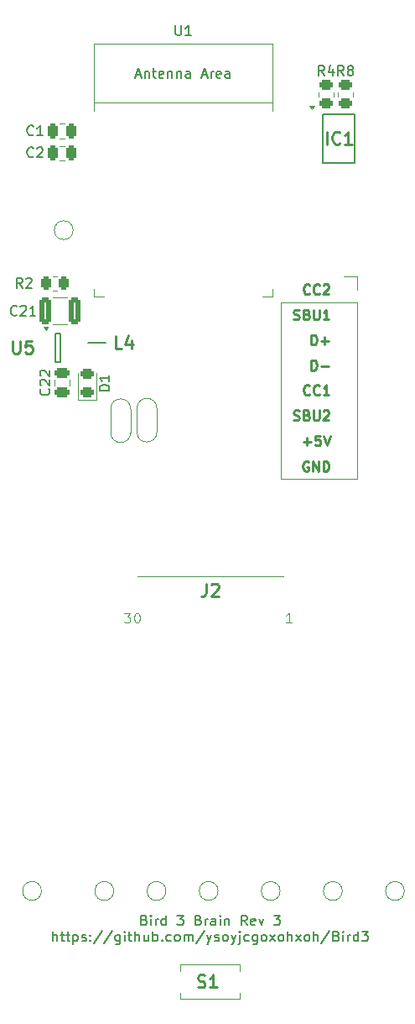
<source format=gto>
G04 #@! TF.GenerationSoftware,KiCad,Pcbnew,8.0.1*
G04 #@! TF.CreationDate,2024-04-14T23:13:04-04:00*
G04 #@! TF.ProjectId,Bird3Controller,42697264-3343-46f6-9e74-726f6c6c6572,rev?*
G04 #@! TF.SameCoordinates,Original*
G04 #@! TF.FileFunction,Legend,Top*
G04 #@! TF.FilePolarity,Positive*
%FSLAX46Y46*%
G04 Gerber Fmt 4.6, Leading zero omitted, Abs format (unit mm)*
G04 Created by KiCad (PCBNEW 8.0.1) date 2024-04-14 23:13:04*
%MOMM*%
%LPD*%
G01*
G04 APERTURE LIST*
G04 Aperture macros list*
%AMRoundRect*
0 Rectangle with rounded corners*
0 $1 Rounding radius*
0 $2 $3 $4 $5 $6 $7 $8 $9 X,Y pos of 4 corners*
0 Add a 4 corners polygon primitive as box body*
4,1,4,$2,$3,$4,$5,$6,$7,$8,$9,$2,$3,0*
0 Add four circle primitives for the rounded corners*
1,1,$1+$1,$2,$3*
1,1,$1+$1,$4,$5*
1,1,$1+$1,$6,$7*
1,1,$1+$1,$8,$9*
0 Add four rect primitives between the rounded corners*
20,1,$1+$1,$2,$3,$4,$5,0*
20,1,$1+$1,$4,$5,$6,$7,0*
20,1,$1+$1,$6,$7,$8,$9,0*
20,1,$1+$1,$8,$9,$2,$3,0*%
G04 Aperture macros list end*
%ADD10C,0.150000*%
%ADD11C,0.254000*%
%ADD12C,0.250000*%
%ADD13C,0.100000*%
%ADD14C,0.120000*%
%ADD15C,0.200000*%
%ADD16C,1.500000*%
%ADD17R,2.000000X1.500000*%
%ADD18R,1.250000X0.600000*%
%ADD19R,1.525000X0.650000*%
%ADD20R,1.700000X1.700000*%
%ADD21O,1.700000X1.700000*%
%ADD22RoundRect,0.250000X0.325000X1.100000X-0.325000X1.100000X-0.325000X-1.100000X0.325000X-1.100000X0*%
%ADD23RoundRect,0.243750X0.456250X-0.243750X0.456250X0.243750X-0.456250X0.243750X-0.456250X-0.243750X0*%
%ADD24RoundRect,0.250000X0.250000X0.475000X-0.250000X0.475000X-0.250000X-0.475000X0.250000X-0.475000X0*%
%ADD25R,2.200000X1.200000*%
%ADD26R,1.500000X0.900000*%
%ADD27R,0.900000X1.500000*%
%ADD28R,0.900000X0.900000*%
%ADD29RoundRect,0.250000X-0.450000X0.262500X-0.450000X-0.262500X0.450000X-0.262500X0.450000X0.262500X0*%
%ADD30RoundRect,0.250000X0.450000X-0.262500X0.450000X0.262500X-0.450000X0.262500X-0.450000X-0.262500X0*%
%ADD31RoundRect,0.250000X0.475000X-0.250000X0.475000X0.250000X-0.475000X0.250000X-0.475000X-0.250000X0*%
%ADD32R,0.250000X0.800000*%
%ADD33R,0.400000X0.800000*%
%ADD34RoundRect,0.250000X-0.262500X-0.450000X0.262500X-0.450000X0.262500X0.450000X-0.262500X0.450000X0*%
%ADD35C,1.050000*%
%ADD36C,1.041400*%
G04 APERTURE END LIST*
D10*
X175333332Y-133776037D02*
X175476189Y-133823656D01*
X175476189Y-133823656D02*
X175523808Y-133871275D01*
X175523808Y-133871275D02*
X175571427Y-133966513D01*
X175571427Y-133966513D02*
X175571427Y-134109370D01*
X175571427Y-134109370D02*
X175523808Y-134204608D01*
X175523808Y-134204608D02*
X175476189Y-134252228D01*
X175476189Y-134252228D02*
X175380951Y-134299847D01*
X175380951Y-134299847D02*
X174999999Y-134299847D01*
X174999999Y-134299847D02*
X174999999Y-133299847D01*
X174999999Y-133299847D02*
X175333332Y-133299847D01*
X175333332Y-133299847D02*
X175428570Y-133347466D01*
X175428570Y-133347466D02*
X175476189Y-133395085D01*
X175476189Y-133395085D02*
X175523808Y-133490323D01*
X175523808Y-133490323D02*
X175523808Y-133585561D01*
X175523808Y-133585561D02*
X175476189Y-133680799D01*
X175476189Y-133680799D02*
X175428570Y-133728418D01*
X175428570Y-133728418D02*
X175333332Y-133776037D01*
X175333332Y-133776037D02*
X174999999Y-133776037D01*
X175999999Y-134299847D02*
X175999999Y-133633180D01*
X175999999Y-133299847D02*
X175952380Y-133347466D01*
X175952380Y-133347466D02*
X175999999Y-133395085D01*
X175999999Y-133395085D02*
X176047618Y-133347466D01*
X176047618Y-133347466D02*
X175999999Y-133299847D01*
X175999999Y-133299847D02*
X175999999Y-133395085D01*
X176476189Y-134299847D02*
X176476189Y-133633180D01*
X176476189Y-133823656D02*
X176523808Y-133728418D01*
X176523808Y-133728418D02*
X176571427Y-133680799D01*
X176571427Y-133680799D02*
X176666665Y-133633180D01*
X176666665Y-133633180D02*
X176761903Y-133633180D01*
X177523808Y-134299847D02*
X177523808Y-133299847D01*
X177523808Y-134252228D02*
X177428570Y-134299847D01*
X177428570Y-134299847D02*
X177238094Y-134299847D01*
X177238094Y-134299847D02*
X177142856Y-134252228D01*
X177142856Y-134252228D02*
X177095237Y-134204608D01*
X177095237Y-134204608D02*
X177047618Y-134109370D01*
X177047618Y-134109370D02*
X177047618Y-133823656D01*
X177047618Y-133823656D02*
X177095237Y-133728418D01*
X177095237Y-133728418D02*
X177142856Y-133680799D01*
X177142856Y-133680799D02*
X177238094Y-133633180D01*
X177238094Y-133633180D02*
X177428570Y-133633180D01*
X177428570Y-133633180D02*
X177523808Y-133680799D01*
X178666666Y-133299847D02*
X179285713Y-133299847D01*
X179285713Y-133299847D02*
X178952380Y-133680799D01*
X178952380Y-133680799D02*
X179095237Y-133680799D01*
X179095237Y-133680799D02*
X179190475Y-133728418D01*
X179190475Y-133728418D02*
X179238094Y-133776037D01*
X179238094Y-133776037D02*
X179285713Y-133871275D01*
X179285713Y-133871275D02*
X179285713Y-134109370D01*
X179285713Y-134109370D02*
X179238094Y-134204608D01*
X179238094Y-134204608D02*
X179190475Y-134252228D01*
X179190475Y-134252228D02*
X179095237Y-134299847D01*
X179095237Y-134299847D02*
X178809523Y-134299847D01*
X178809523Y-134299847D02*
X178714285Y-134252228D01*
X178714285Y-134252228D02*
X178666666Y-134204608D01*
X180809523Y-133776037D02*
X180952380Y-133823656D01*
X180952380Y-133823656D02*
X180999999Y-133871275D01*
X180999999Y-133871275D02*
X181047618Y-133966513D01*
X181047618Y-133966513D02*
X181047618Y-134109370D01*
X181047618Y-134109370D02*
X180999999Y-134204608D01*
X180999999Y-134204608D02*
X180952380Y-134252228D01*
X180952380Y-134252228D02*
X180857142Y-134299847D01*
X180857142Y-134299847D02*
X180476190Y-134299847D01*
X180476190Y-134299847D02*
X180476190Y-133299847D01*
X180476190Y-133299847D02*
X180809523Y-133299847D01*
X180809523Y-133299847D02*
X180904761Y-133347466D01*
X180904761Y-133347466D02*
X180952380Y-133395085D01*
X180952380Y-133395085D02*
X180999999Y-133490323D01*
X180999999Y-133490323D02*
X180999999Y-133585561D01*
X180999999Y-133585561D02*
X180952380Y-133680799D01*
X180952380Y-133680799D02*
X180904761Y-133728418D01*
X180904761Y-133728418D02*
X180809523Y-133776037D01*
X180809523Y-133776037D02*
X180476190Y-133776037D01*
X181476190Y-134299847D02*
X181476190Y-133633180D01*
X181476190Y-133823656D02*
X181523809Y-133728418D01*
X181523809Y-133728418D02*
X181571428Y-133680799D01*
X181571428Y-133680799D02*
X181666666Y-133633180D01*
X181666666Y-133633180D02*
X181761904Y-133633180D01*
X182523809Y-134299847D02*
X182523809Y-133776037D01*
X182523809Y-133776037D02*
X182476190Y-133680799D01*
X182476190Y-133680799D02*
X182380952Y-133633180D01*
X182380952Y-133633180D02*
X182190476Y-133633180D01*
X182190476Y-133633180D02*
X182095238Y-133680799D01*
X182523809Y-134252228D02*
X182428571Y-134299847D01*
X182428571Y-134299847D02*
X182190476Y-134299847D01*
X182190476Y-134299847D02*
X182095238Y-134252228D01*
X182095238Y-134252228D02*
X182047619Y-134156989D01*
X182047619Y-134156989D02*
X182047619Y-134061751D01*
X182047619Y-134061751D02*
X182095238Y-133966513D01*
X182095238Y-133966513D02*
X182190476Y-133918894D01*
X182190476Y-133918894D02*
X182428571Y-133918894D01*
X182428571Y-133918894D02*
X182523809Y-133871275D01*
X183000000Y-134299847D02*
X183000000Y-133633180D01*
X183000000Y-133299847D02*
X182952381Y-133347466D01*
X182952381Y-133347466D02*
X183000000Y-133395085D01*
X183000000Y-133395085D02*
X183047619Y-133347466D01*
X183047619Y-133347466D02*
X183000000Y-133299847D01*
X183000000Y-133299847D02*
X183000000Y-133395085D01*
X183476190Y-133633180D02*
X183476190Y-134299847D01*
X183476190Y-133728418D02*
X183523809Y-133680799D01*
X183523809Y-133680799D02*
X183619047Y-133633180D01*
X183619047Y-133633180D02*
X183761904Y-133633180D01*
X183761904Y-133633180D02*
X183857142Y-133680799D01*
X183857142Y-133680799D02*
X183904761Y-133776037D01*
X183904761Y-133776037D02*
X183904761Y-134299847D01*
X185714285Y-134299847D02*
X185380952Y-133823656D01*
X185142857Y-134299847D02*
X185142857Y-133299847D01*
X185142857Y-133299847D02*
X185523809Y-133299847D01*
X185523809Y-133299847D02*
X185619047Y-133347466D01*
X185619047Y-133347466D02*
X185666666Y-133395085D01*
X185666666Y-133395085D02*
X185714285Y-133490323D01*
X185714285Y-133490323D02*
X185714285Y-133633180D01*
X185714285Y-133633180D02*
X185666666Y-133728418D01*
X185666666Y-133728418D02*
X185619047Y-133776037D01*
X185619047Y-133776037D02*
X185523809Y-133823656D01*
X185523809Y-133823656D02*
X185142857Y-133823656D01*
X186523809Y-134252228D02*
X186428571Y-134299847D01*
X186428571Y-134299847D02*
X186238095Y-134299847D01*
X186238095Y-134299847D02*
X186142857Y-134252228D01*
X186142857Y-134252228D02*
X186095238Y-134156989D01*
X186095238Y-134156989D02*
X186095238Y-133776037D01*
X186095238Y-133776037D02*
X186142857Y-133680799D01*
X186142857Y-133680799D02*
X186238095Y-133633180D01*
X186238095Y-133633180D02*
X186428571Y-133633180D01*
X186428571Y-133633180D02*
X186523809Y-133680799D01*
X186523809Y-133680799D02*
X186571428Y-133776037D01*
X186571428Y-133776037D02*
X186571428Y-133871275D01*
X186571428Y-133871275D02*
X186095238Y-133966513D01*
X186904762Y-133633180D02*
X187142857Y-134299847D01*
X187142857Y-134299847D02*
X187380952Y-133633180D01*
X188428572Y-133299847D02*
X189047619Y-133299847D01*
X189047619Y-133299847D02*
X188714286Y-133680799D01*
X188714286Y-133680799D02*
X188857143Y-133680799D01*
X188857143Y-133680799D02*
X188952381Y-133728418D01*
X188952381Y-133728418D02*
X189000000Y-133776037D01*
X189000000Y-133776037D02*
X189047619Y-133871275D01*
X189047619Y-133871275D02*
X189047619Y-134109370D01*
X189047619Y-134109370D02*
X189000000Y-134204608D01*
X189000000Y-134204608D02*
X188952381Y-134252228D01*
X188952381Y-134252228D02*
X188857143Y-134299847D01*
X188857143Y-134299847D02*
X188571429Y-134299847D01*
X188571429Y-134299847D02*
X188476191Y-134252228D01*
X188476191Y-134252228D02*
X188428572Y-134204608D01*
X166119047Y-135909791D02*
X166119047Y-134909791D01*
X166547618Y-135909791D02*
X166547618Y-135385981D01*
X166547618Y-135385981D02*
X166499999Y-135290743D01*
X166499999Y-135290743D02*
X166404761Y-135243124D01*
X166404761Y-135243124D02*
X166261904Y-135243124D01*
X166261904Y-135243124D02*
X166166666Y-135290743D01*
X166166666Y-135290743D02*
X166119047Y-135338362D01*
X166880952Y-135243124D02*
X167261904Y-135243124D01*
X167023809Y-134909791D02*
X167023809Y-135766933D01*
X167023809Y-135766933D02*
X167071428Y-135862172D01*
X167071428Y-135862172D02*
X167166666Y-135909791D01*
X167166666Y-135909791D02*
X167261904Y-135909791D01*
X167452381Y-135243124D02*
X167833333Y-135243124D01*
X167595238Y-134909791D02*
X167595238Y-135766933D01*
X167595238Y-135766933D02*
X167642857Y-135862172D01*
X167642857Y-135862172D02*
X167738095Y-135909791D01*
X167738095Y-135909791D02*
X167833333Y-135909791D01*
X168166667Y-135243124D02*
X168166667Y-136243124D01*
X168166667Y-135290743D02*
X168261905Y-135243124D01*
X168261905Y-135243124D02*
X168452381Y-135243124D01*
X168452381Y-135243124D02*
X168547619Y-135290743D01*
X168547619Y-135290743D02*
X168595238Y-135338362D01*
X168595238Y-135338362D02*
X168642857Y-135433600D01*
X168642857Y-135433600D02*
X168642857Y-135719314D01*
X168642857Y-135719314D02*
X168595238Y-135814552D01*
X168595238Y-135814552D02*
X168547619Y-135862172D01*
X168547619Y-135862172D02*
X168452381Y-135909791D01*
X168452381Y-135909791D02*
X168261905Y-135909791D01*
X168261905Y-135909791D02*
X168166667Y-135862172D01*
X169023810Y-135862172D02*
X169119048Y-135909791D01*
X169119048Y-135909791D02*
X169309524Y-135909791D01*
X169309524Y-135909791D02*
X169404762Y-135862172D01*
X169404762Y-135862172D02*
X169452381Y-135766933D01*
X169452381Y-135766933D02*
X169452381Y-135719314D01*
X169452381Y-135719314D02*
X169404762Y-135624076D01*
X169404762Y-135624076D02*
X169309524Y-135576457D01*
X169309524Y-135576457D02*
X169166667Y-135576457D01*
X169166667Y-135576457D02*
X169071429Y-135528838D01*
X169071429Y-135528838D02*
X169023810Y-135433600D01*
X169023810Y-135433600D02*
X169023810Y-135385981D01*
X169023810Y-135385981D02*
X169071429Y-135290743D01*
X169071429Y-135290743D02*
X169166667Y-135243124D01*
X169166667Y-135243124D02*
X169309524Y-135243124D01*
X169309524Y-135243124D02*
X169404762Y-135290743D01*
X169880953Y-135814552D02*
X169928572Y-135862172D01*
X169928572Y-135862172D02*
X169880953Y-135909791D01*
X169880953Y-135909791D02*
X169833334Y-135862172D01*
X169833334Y-135862172D02*
X169880953Y-135814552D01*
X169880953Y-135814552D02*
X169880953Y-135909791D01*
X169880953Y-135290743D02*
X169928572Y-135338362D01*
X169928572Y-135338362D02*
X169880953Y-135385981D01*
X169880953Y-135385981D02*
X169833334Y-135338362D01*
X169833334Y-135338362D02*
X169880953Y-135290743D01*
X169880953Y-135290743D02*
X169880953Y-135385981D01*
X171071428Y-134862172D02*
X170214286Y-136147886D01*
X172119047Y-134862172D02*
X171261905Y-136147886D01*
X172880952Y-135243124D02*
X172880952Y-136052648D01*
X172880952Y-136052648D02*
X172833333Y-136147886D01*
X172833333Y-136147886D02*
X172785714Y-136195505D01*
X172785714Y-136195505D02*
X172690476Y-136243124D01*
X172690476Y-136243124D02*
X172547619Y-136243124D01*
X172547619Y-136243124D02*
X172452381Y-136195505D01*
X172880952Y-135862172D02*
X172785714Y-135909791D01*
X172785714Y-135909791D02*
X172595238Y-135909791D01*
X172595238Y-135909791D02*
X172500000Y-135862172D01*
X172500000Y-135862172D02*
X172452381Y-135814552D01*
X172452381Y-135814552D02*
X172404762Y-135719314D01*
X172404762Y-135719314D02*
X172404762Y-135433600D01*
X172404762Y-135433600D02*
X172452381Y-135338362D01*
X172452381Y-135338362D02*
X172500000Y-135290743D01*
X172500000Y-135290743D02*
X172595238Y-135243124D01*
X172595238Y-135243124D02*
X172785714Y-135243124D01*
X172785714Y-135243124D02*
X172880952Y-135290743D01*
X173357143Y-135909791D02*
X173357143Y-135243124D01*
X173357143Y-134909791D02*
X173309524Y-134957410D01*
X173309524Y-134957410D02*
X173357143Y-135005029D01*
X173357143Y-135005029D02*
X173404762Y-134957410D01*
X173404762Y-134957410D02*
X173357143Y-134909791D01*
X173357143Y-134909791D02*
X173357143Y-135005029D01*
X173690476Y-135243124D02*
X174071428Y-135243124D01*
X173833333Y-134909791D02*
X173833333Y-135766933D01*
X173833333Y-135766933D02*
X173880952Y-135862172D01*
X173880952Y-135862172D02*
X173976190Y-135909791D01*
X173976190Y-135909791D02*
X174071428Y-135909791D01*
X174404762Y-135909791D02*
X174404762Y-134909791D01*
X174833333Y-135909791D02*
X174833333Y-135385981D01*
X174833333Y-135385981D02*
X174785714Y-135290743D01*
X174785714Y-135290743D02*
X174690476Y-135243124D01*
X174690476Y-135243124D02*
X174547619Y-135243124D01*
X174547619Y-135243124D02*
X174452381Y-135290743D01*
X174452381Y-135290743D02*
X174404762Y-135338362D01*
X175738095Y-135243124D02*
X175738095Y-135909791D01*
X175309524Y-135243124D02*
X175309524Y-135766933D01*
X175309524Y-135766933D02*
X175357143Y-135862172D01*
X175357143Y-135862172D02*
X175452381Y-135909791D01*
X175452381Y-135909791D02*
X175595238Y-135909791D01*
X175595238Y-135909791D02*
X175690476Y-135862172D01*
X175690476Y-135862172D02*
X175738095Y-135814552D01*
X176214286Y-135909791D02*
X176214286Y-134909791D01*
X176214286Y-135290743D02*
X176309524Y-135243124D01*
X176309524Y-135243124D02*
X176500000Y-135243124D01*
X176500000Y-135243124D02*
X176595238Y-135290743D01*
X176595238Y-135290743D02*
X176642857Y-135338362D01*
X176642857Y-135338362D02*
X176690476Y-135433600D01*
X176690476Y-135433600D02*
X176690476Y-135719314D01*
X176690476Y-135719314D02*
X176642857Y-135814552D01*
X176642857Y-135814552D02*
X176595238Y-135862172D01*
X176595238Y-135862172D02*
X176500000Y-135909791D01*
X176500000Y-135909791D02*
X176309524Y-135909791D01*
X176309524Y-135909791D02*
X176214286Y-135862172D01*
X177119048Y-135814552D02*
X177166667Y-135862172D01*
X177166667Y-135862172D02*
X177119048Y-135909791D01*
X177119048Y-135909791D02*
X177071429Y-135862172D01*
X177071429Y-135862172D02*
X177119048Y-135814552D01*
X177119048Y-135814552D02*
X177119048Y-135909791D01*
X178023809Y-135862172D02*
X177928571Y-135909791D01*
X177928571Y-135909791D02*
X177738095Y-135909791D01*
X177738095Y-135909791D02*
X177642857Y-135862172D01*
X177642857Y-135862172D02*
X177595238Y-135814552D01*
X177595238Y-135814552D02*
X177547619Y-135719314D01*
X177547619Y-135719314D02*
X177547619Y-135433600D01*
X177547619Y-135433600D02*
X177595238Y-135338362D01*
X177595238Y-135338362D02*
X177642857Y-135290743D01*
X177642857Y-135290743D02*
X177738095Y-135243124D01*
X177738095Y-135243124D02*
X177928571Y-135243124D01*
X177928571Y-135243124D02*
X178023809Y-135290743D01*
X178595238Y-135909791D02*
X178500000Y-135862172D01*
X178500000Y-135862172D02*
X178452381Y-135814552D01*
X178452381Y-135814552D02*
X178404762Y-135719314D01*
X178404762Y-135719314D02*
X178404762Y-135433600D01*
X178404762Y-135433600D02*
X178452381Y-135338362D01*
X178452381Y-135338362D02*
X178500000Y-135290743D01*
X178500000Y-135290743D02*
X178595238Y-135243124D01*
X178595238Y-135243124D02*
X178738095Y-135243124D01*
X178738095Y-135243124D02*
X178833333Y-135290743D01*
X178833333Y-135290743D02*
X178880952Y-135338362D01*
X178880952Y-135338362D02*
X178928571Y-135433600D01*
X178928571Y-135433600D02*
X178928571Y-135719314D01*
X178928571Y-135719314D02*
X178880952Y-135814552D01*
X178880952Y-135814552D02*
X178833333Y-135862172D01*
X178833333Y-135862172D02*
X178738095Y-135909791D01*
X178738095Y-135909791D02*
X178595238Y-135909791D01*
X179357143Y-135909791D02*
X179357143Y-135243124D01*
X179357143Y-135338362D02*
X179404762Y-135290743D01*
X179404762Y-135290743D02*
X179500000Y-135243124D01*
X179500000Y-135243124D02*
X179642857Y-135243124D01*
X179642857Y-135243124D02*
X179738095Y-135290743D01*
X179738095Y-135290743D02*
X179785714Y-135385981D01*
X179785714Y-135385981D02*
X179785714Y-135909791D01*
X179785714Y-135385981D02*
X179833333Y-135290743D01*
X179833333Y-135290743D02*
X179928571Y-135243124D01*
X179928571Y-135243124D02*
X180071428Y-135243124D01*
X180071428Y-135243124D02*
X180166667Y-135290743D01*
X180166667Y-135290743D02*
X180214286Y-135385981D01*
X180214286Y-135385981D02*
X180214286Y-135909791D01*
X181404761Y-134862172D02*
X180547619Y-136147886D01*
X181642857Y-135243124D02*
X181880952Y-135909791D01*
X182119047Y-135243124D02*
X181880952Y-135909791D01*
X181880952Y-135909791D02*
X181785714Y-136147886D01*
X181785714Y-136147886D02*
X181738095Y-136195505D01*
X181738095Y-136195505D02*
X181642857Y-136243124D01*
X182452381Y-135862172D02*
X182547619Y-135909791D01*
X182547619Y-135909791D02*
X182738095Y-135909791D01*
X182738095Y-135909791D02*
X182833333Y-135862172D01*
X182833333Y-135862172D02*
X182880952Y-135766933D01*
X182880952Y-135766933D02*
X182880952Y-135719314D01*
X182880952Y-135719314D02*
X182833333Y-135624076D01*
X182833333Y-135624076D02*
X182738095Y-135576457D01*
X182738095Y-135576457D02*
X182595238Y-135576457D01*
X182595238Y-135576457D02*
X182500000Y-135528838D01*
X182500000Y-135528838D02*
X182452381Y-135433600D01*
X182452381Y-135433600D02*
X182452381Y-135385981D01*
X182452381Y-135385981D02*
X182500000Y-135290743D01*
X182500000Y-135290743D02*
X182595238Y-135243124D01*
X182595238Y-135243124D02*
X182738095Y-135243124D01*
X182738095Y-135243124D02*
X182833333Y-135290743D01*
X183452381Y-135909791D02*
X183357143Y-135862172D01*
X183357143Y-135862172D02*
X183309524Y-135814552D01*
X183309524Y-135814552D02*
X183261905Y-135719314D01*
X183261905Y-135719314D02*
X183261905Y-135433600D01*
X183261905Y-135433600D02*
X183309524Y-135338362D01*
X183309524Y-135338362D02*
X183357143Y-135290743D01*
X183357143Y-135290743D02*
X183452381Y-135243124D01*
X183452381Y-135243124D02*
X183595238Y-135243124D01*
X183595238Y-135243124D02*
X183690476Y-135290743D01*
X183690476Y-135290743D02*
X183738095Y-135338362D01*
X183738095Y-135338362D02*
X183785714Y-135433600D01*
X183785714Y-135433600D02*
X183785714Y-135719314D01*
X183785714Y-135719314D02*
X183738095Y-135814552D01*
X183738095Y-135814552D02*
X183690476Y-135862172D01*
X183690476Y-135862172D02*
X183595238Y-135909791D01*
X183595238Y-135909791D02*
X183452381Y-135909791D01*
X184119048Y-135243124D02*
X184357143Y-135909791D01*
X184595238Y-135243124D02*
X184357143Y-135909791D01*
X184357143Y-135909791D02*
X184261905Y-136147886D01*
X184261905Y-136147886D02*
X184214286Y-136195505D01*
X184214286Y-136195505D02*
X184119048Y-136243124D01*
X184976191Y-135243124D02*
X184976191Y-136100267D01*
X184976191Y-136100267D02*
X184928572Y-136195505D01*
X184928572Y-136195505D02*
X184833334Y-136243124D01*
X184833334Y-136243124D02*
X184785715Y-136243124D01*
X184976191Y-134909791D02*
X184928572Y-134957410D01*
X184928572Y-134957410D02*
X184976191Y-135005029D01*
X184976191Y-135005029D02*
X185023810Y-134957410D01*
X185023810Y-134957410D02*
X184976191Y-134909791D01*
X184976191Y-134909791D02*
X184976191Y-135005029D01*
X185880952Y-135862172D02*
X185785714Y-135909791D01*
X185785714Y-135909791D02*
X185595238Y-135909791D01*
X185595238Y-135909791D02*
X185500000Y-135862172D01*
X185500000Y-135862172D02*
X185452381Y-135814552D01*
X185452381Y-135814552D02*
X185404762Y-135719314D01*
X185404762Y-135719314D02*
X185404762Y-135433600D01*
X185404762Y-135433600D02*
X185452381Y-135338362D01*
X185452381Y-135338362D02*
X185500000Y-135290743D01*
X185500000Y-135290743D02*
X185595238Y-135243124D01*
X185595238Y-135243124D02*
X185785714Y-135243124D01*
X185785714Y-135243124D02*
X185880952Y-135290743D01*
X186738095Y-135243124D02*
X186738095Y-136052648D01*
X186738095Y-136052648D02*
X186690476Y-136147886D01*
X186690476Y-136147886D02*
X186642857Y-136195505D01*
X186642857Y-136195505D02*
X186547619Y-136243124D01*
X186547619Y-136243124D02*
X186404762Y-136243124D01*
X186404762Y-136243124D02*
X186309524Y-136195505D01*
X186738095Y-135862172D02*
X186642857Y-135909791D01*
X186642857Y-135909791D02*
X186452381Y-135909791D01*
X186452381Y-135909791D02*
X186357143Y-135862172D01*
X186357143Y-135862172D02*
X186309524Y-135814552D01*
X186309524Y-135814552D02*
X186261905Y-135719314D01*
X186261905Y-135719314D02*
X186261905Y-135433600D01*
X186261905Y-135433600D02*
X186309524Y-135338362D01*
X186309524Y-135338362D02*
X186357143Y-135290743D01*
X186357143Y-135290743D02*
X186452381Y-135243124D01*
X186452381Y-135243124D02*
X186642857Y-135243124D01*
X186642857Y-135243124D02*
X186738095Y-135290743D01*
X187357143Y-135909791D02*
X187261905Y-135862172D01*
X187261905Y-135862172D02*
X187214286Y-135814552D01*
X187214286Y-135814552D02*
X187166667Y-135719314D01*
X187166667Y-135719314D02*
X187166667Y-135433600D01*
X187166667Y-135433600D02*
X187214286Y-135338362D01*
X187214286Y-135338362D02*
X187261905Y-135290743D01*
X187261905Y-135290743D02*
X187357143Y-135243124D01*
X187357143Y-135243124D02*
X187500000Y-135243124D01*
X187500000Y-135243124D02*
X187595238Y-135290743D01*
X187595238Y-135290743D02*
X187642857Y-135338362D01*
X187642857Y-135338362D02*
X187690476Y-135433600D01*
X187690476Y-135433600D02*
X187690476Y-135719314D01*
X187690476Y-135719314D02*
X187642857Y-135814552D01*
X187642857Y-135814552D02*
X187595238Y-135862172D01*
X187595238Y-135862172D02*
X187500000Y-135909791D01*
X187500000Y-135909791D02*
X187357143Y-135909791D01*
X188023810Y-135909791D02*
X188547619Y-135243124D01*
X188023810Y-135243124D02*
X188547619Y-135909791D01*
X189071429Y-135909791D02*
X188976191Y-135862172D01*
X188976191Y-135862172D02*
X188928572Y-135814552D01*
X188928572Y-135814552D02*
X188880953Y-135719314D01*
X188880953Y-135719314D02*
X188880953Y-135433600D01*
X188880953Y-135433600D02*
X188928572Y-135338362D01*
X188928572Y-135338362D02*
X188976191Y-135290743D01*
X188976191Y-135290743D02*
X189071429Y-135243124D01*
X189071429Y-135243124D02*
X189214286Y-135243124D01*
X189214286Y-135243124D02*
X189309524Y-135290743D01*
X189309524Y-135290743D02*
X189357143Y-135338362D01*
X189357143Y-135338362D02*
X189404762Y-135433600D01*
X189404762Y-135433600D02*
X189404762Y-135719314D01*
X189404762Y-135719314D02*
X189357143Y-135814552D01*
X189357143Y-135814552D02*
X189309524Y-135862172D01*
X189309524Y-135862172D02*
X189214286Y-135909791D01*
X189214286Y-135909791D02*
X189071429Y-135909791D01*
X189833334Y-135909791D02*
X189833334Y-134909791D01*
X190261905Y-135909791D02*
X190261905Y-135385981D01*
X190261905Y-135385981D02*
X190214286Y-135290743D01*
X190214286Y-135290743D02*
X190119048Y-135243124D01*
X190119048Y-135243124D02*
X189976191Y-135243124D01*
X189976191Y-135243124D02*
X189880953Y-135290743D01*
X189880953Y-135290743D02*
X189833334Y-135338362D01*
X190642858Y-135909791D02*
X191166667Y-135243124D01*
X190642858Y-135243124D02*
X191166667Y-135909791D01*
X191690477Y-135909791D02*
X191595239Y-135862172D01*
X191595239Y-135862172D02*
X191547620Y-135814552D01*
X191547620Y-135814552D02*
X191500001Y-135719314D01*
X191500001Y-135719314D02*
X191500001Y-135433600D01*
X191500001Y-135433600D02*
X191547620Y-135338362D01*
X191547620Y-135338362D02*
X191595239Y-135290743D01*
X191595239Y-135290743D02*
X191690477Y-135243124D01*
X191690477Y-135243124D02*
X191833334Y-135243124D01*
X191833334Y-135243124D02*
X191928572Y-135290743D01*
X191928572Y-135290743D02*
X191976191Y-135338362D01*
X191976191Y-135338362D02*
X192023810Y-135433600D01*
X192023810Y-135433600D02*
X192023810Y-135719314D01*
X192023810Y-135719314D02*
X191976191Y-135814552D01*
X191976191Y-135814552D02*
X191928572Y-135862172D01*
X191928572Y-135862172D02*
X191833334Y-135909791D01*
X191833334Y-135909791D02*
X191690477Y-135909791D01*
X192452382Y-135909791D02*
X192452382Y-134909791D01*
X192880953Y-135909791D02*
X192880953Y-135385981D01*
X192880953Y-135385981D02*
X192833334Y-135290743D01*
X192833334Y-135290743D02*
X192738096Y-135243124D01*
X192738096Y-135243124D02*
X192595239Y-135243124D01*
X192595239Y-135243124D02*
X192500001Y-135290743D01*
X192500001Y-135290743D02*
X192452382Y-135338362D01*
X194071429Y-134862172D02*
X193214287Y-136147886D01*
X194738096Y-135385981D02*
X194880953Y-135433600D01*
X194880953Y-135433600D02*
X194928572Y-135481219D01*
X194928572Y-135481219D02*
X194976191Y-135576457D01*
X194976191Y-135576457D02*
X194976191Y-135719314D01*
X194976191Y-135719314D02*
X194928572Y-135814552D01*
X194928572Y-135814552D02*
X194880953Y-135862172D01*
X194880953Y-135862172D02*
X194785715Y-135909791D01*
X194785715Y-135909791D02*
X194404763Y-135909791D01*
X194404763Y-135909791D02*
X194404763Y-134909791D01*
X194404763Y-134909791D02*
X194738096Y-134909791D01*
X194738096Y-134909791D02*
X194833334Y-134957410D01*
X194833334Y-134957410D02*
X194880953Y-135005029D01*
X194880953Y-135005029D02*
X194928572Y-135100267D01*
X194928572Y-135100267D02*
X194928572Y-135195505D01*
X194928572Y-135195505D02*
X194880953Y-135290743D01*
X194880953Y-135290743D02*
X194833334Y-135338362D01*
X194833334Y-135338362D02*
X194738096Y-135385981D01*
X194738096Y-135385981D02*
X194404763Y-135385981D01*
X195404763Y-135909791D02*
X195404763Y-135243124D01*
X195404763Y-134909791D02*
X195357144Y-134957410D01*
X195357144Y-134957410D02*
X195404763Y-135005029D01*
X195404763Y-135005029D02*
X195452382Y-134957410D01*
X195452382Y-134957410D02*
X195404763Y-134909791D01*
X195404763Y-134909791D02*
X195404763Y-135005029D01*
X195880953Y-135909791D02*
X195880953Y-135243124D01*
X195880953Y-135433600D02*
X195928572Y-135338362D01*
X195928572Y-135338362D02*
X195976191Y-135290743D01*
X195976191Y-135290743D02*
X196071429Y-135243124D01*
X196071429Y-135243124D02*
X196166667Y-135243124D01*
X196928572Y-135909791D02*
X196928572Y-134909791D01*
X196928572Y-135862172D02*
X196833334Y-135909791D01*
X196833334Y-135909791D02*
X196642858Y-135909791D01*
X196642858Y-135909791D02*
X196547620Y-135862172D01*
X196547620Y-135862172D02*
X196500001Y-135814552D01*
X196500001Y-135814552D02*
X196452382Y-135719314D01*
X196452382Y-135719314D02*
X196452382Y-135433600D01*
X196452382Y-135433600D02*
X196500001Y-135338362D01*
X196500001Y-135338362D02*
X196547620Y-135290743D01*
X196547620Y-135290743D02*
X196642858Y-135243124D01*
X196642858Y-135243124D02*
X196833334Y-135243124D01*
X196833334Y-135243124D02*
X196928572Y-135290743D01*
X197309525Y-134909791D02*
X197928572Y-134909791D01*
X197928572Y-134909791D02*
X197595239Y-135290743D01*
X197595239Y-135290743D02*
X197738096Y-135290743D01*
X197738096Y-135290743D02*
X197833334Y-135338362D01*
X197833334Y-135338362D02*
X197880953Y-135385981D01*
X197880953Y-135385981D02*
X197928572Y-135481219D01*
X197928572Y-135481219D02*
X197928572Y-135719314D01*
X197928572Y-135719314D02*
X197880953Y-135814552D01*
X197880953Y-135814552D02*
X197833334Y-135862172D01*
X197833334Y-135862172D02*
X197738096Y-135909791D01*
X197738096Y-135909791D02*
X197452382Y-135909791D01*
X197452382Y-135909791D02*
X197357144Y-135862172D01*
X197357144Y-135862172D02*
X197309525Y-135814552D01*
D11*
X180732380Y-140513842D02*
X180913809Y-140574318D01*
X180913809Y-140574318D02*
X181216190Y-140574318D01*
X181216190Y-140574318D02*
X181337142Y-140513842D01*
X181337142Y-140513842D02*
X181397618Y-140453365D01*
X181397618Y-140453365D02*
X181458095Y-140332413D01*
X181458095Y-140332413D02*
X181458095Y-140211461D01*
X181458095Y-140211461D02*
X181397618Y-140090508D01*
X181397618Y-140090508D02*
X181337142Y-140030032D01*
X181337142Y-140030032D02*
X181216190Y-139969556D01*
X181216190Y-139969556D02*
X180974285Y-139909080D01*
X180974285Y-139909080D02*
X180853333Y-139848603D01*
X180853333Y-139848603D02*
X180792856Y-139788127D01*
X180792856Y-139788127D02*
X180732380Y-139667175D01*
X180732380Y-139667175D02*
X180732380Y-139546222D01*
X180732380Y-139546222D02*
X180792856Y-139425270D01*
X180792856Y-139425270D02*
X180853333Y-139364794D01*
X180853333Y-139364794D02*
X180974285Y-139304318D01*
X180974285Y-139304318D02*
X181276666Y-139304318D01*
X181276666Y-139304318D02*
X181458095Y-139364794D01*
X182667619Y-140574318D02*
X181941904Y-140574318D01*
X182304761Y-140574318D02*
X182304761Y-139304318D01*
X182304761Y-139304318D02*
X182183809Y-139485746D01*
X182183809Y-139485746D02*
X182062857Y-139606699D01*
X182062857Y-139606699D02*
X181941904Y-139667175D01*
X162032380Y-75404318D02*
X162032380Y-76432413D01*
X162032380Y-76432413D02*
X162092857Y-76553365D01*
X162092857Y-76553365D02*
X162153333Y-76613842D01*
X162153333Y-76613842D02*
X162274285Y-76674318D01*
X162274285Y-76674318D02*
X162516190Y-76674318D01*
X162516190Y-76674318D02*
X162637142Y-76613842D01*
X162637142Y-76613842D02*
X162697619Y-76553365D01*
X162697619Y-76553365D02*
X162758095Y-76432413D01*
X162758095Y-76432413D02*
X162758095Y-75404318D01*
X163967618Y-75404318D02*
X163362856Y-75404318D01*
X163362856Y-75404318D02*
X163302380Y-76009080D01*
X163302380Y-76009080D02*
X163362856Y-75948603D01*
X163362856Y-75948603D02*
X163483809Y-75888127D01*
X163483809Y-75888127D02*
X163786190Y-75888127D01*
X163786190Y-75888127D02*
X163907142Y-75948603D01*
X163907142Y-75948603D02*
X163967618Y-76009080D01*
X163967618Y-76009080D02*
X164028095Y-76130032D01*
X164028095Y-76130032D02*
X164028095Y-76432413D01*
X164028095Y-76432413D02*
X163967618Y-76553365D01*
X163967618Y-76553365D02*
X163907142Y-76613842D01*
X163907142Y-76613842D02*
X163786190Y-76674318D01*
X163786190Y-76674318D02*
X163483809Y-76674318D01*
X163483809Y-76674318D02*
X163362856Y-76613842D01*
X163362856Y-76613842D02*
X163302380Y-76553365D01*
X193760237Y-55574318D02*
X193760237Y-54304318D01*
X195090714Y-55453365D02*
X195030238Y-55513842D01*
X195030238Y-55513842D02*
X194848809Y-55574318D01*
X194848809Y-55574318D02*
X194727857Y-55574318D01*
X194727857Y-55574318D02*
X194546428Y-55513842D01*
X194546428Y-55513842D02*
X194425476Y-55392889D01*
X194425476Y-55392889D02*
X194364999Y-55271937D01*
X194364999Y-55271937D02*
X194304523Y-55030032D01*
X194304523Y-55030032D02*
X194304523Y-54848603D01*
X194304523Y-54848603D02*
X194364999Y-54606699D01*
X194364999Y-54606699D02*
X194425476Y-54485746D01*
X194425476Y-54485746D02*
X194546428Y-54364794D01*
X194546428Y-54364794D02*
X194727857Y-54304318D01*
X194727857Y-54304318D02*
X194848809Y-54304318D01*
X194848809Y-54304318D02*
X195030238Y-54364794D01*
X195030238Y-54364794D02*
X195090714Y-54425270D01*
X196300238Y-55574318D02*
X195574523Y-55574318D01*
X195937380Y-55574318D02*
X195937380Y-54304318D01*
X195937380Y-54304318D02*
X195816428Y-54485746D01*
X195816428Y-54485746D02*
X195695476Y-54606699D01*
X195695476Y-54606699D02*
X195574523Y-54667175D01*
D12*
X192042669Y-80754380D02*
X191995050Y-80802000D01*
X191995050Y-80802000D02*
X191852193Y-80849619D01*
X191852193Y-80849619D02*
X191756955Y-80849619D01*
X191756955Y-80849619D02*
X191614098Y-80802000D01*
X191614098Y-80802000D02*
X191518860Y-80706761D01*
X191518860Y-80706761D02*
X191471241Y-80611523D01*
X191471241Y-80611523D02*
X191423622Y-80421047D01*
X191423622Y-80421047D02*
X191423622Y-80278190D01*
X191423622Y-80278190D02*
X191471241Y-80087714D01*
X191471241Y-80087714D02*
X191518860Y-79992476D01*
X191518860Y-79992476D02*
X191614098Y-79897238D01*
X191614098Y-79897238D02*
X191756955Y-79849619D01*
X191756955Y-79849619D02*
X191852193Y-79849619D01*
X191852193Y-79849619D02*
X191995050Y-79897238D01*
X191995050Y-79897238D02*
X192042669Y-79944857D01*
X193042669Y-80754380D02*
X192995050Y-80802000D01*
X192995050Y-80802000D02*
X192852193Y-80849619D01*
X192852193Y-80849619D02*
X192756955Y-80849619D01*
X192756955Y-80849619D02*
X192614098Y-80802000D01*
X192614098Y-80802000D02*
X192518860Y-80706761D01*
X192518860Y-80706761D02*
X192471241Y-80611523D01*
X192471241Y-80611523D02*
X192423622Y-80421047D01*
X192423622Y-80421047D02*
X192423622Y-80278190D01*
X192423622Y-80278190D02*
X192471241Y-80087714D01*
X192471241Y-80087714D02*
X192518860Y-79992476D01*
X192518860Y-79992476D02*
X192614098Y-79897238D01*
X192614098Y-79897238D02*
X192756955Y-79849619D01*
X192756955Y-79849619D02*
X192852193Y-79849619D01*
X192852193Y-79849619D02*
X192995050Y-79897238D01*
X192995050Y-79897238D02*
X193042669Y-79944857D01*
X193995050Y-80849619D02*
X193423622Y-80849619D01*
X193709336Y-80849619D02*
X193709336Y-79849619D01*
X193709336Y-79849619D02*
X193614098Y-79992476D01*
X193614098Y-79992476D02*
X193518860Y-80087714D01*
X193518860Y-80087714D02*
X193423622Y-80135333D01*
X191376003Y-85568666D02*
X192137908Y-85568666D01*
X191756955Y-85949619D02*
X191756955Y-85187714D01*
X193090288Y-84949619D02*
X192614098Y-84949619D01*
X192614098Y-84949619D02*
X192566479Y-85425809D01*
X192566479Y-85425809D02*
X192614098Y-85378190D01*
X192614098Y-85378190D02*
X192709336Y-85330571D01*
X192709336Y-85330571D02*
X192947431Y-85330571D01*
X192947431Y-85330571D02*
X193042669Y-85378190D01*
X193042669Y-85378190D02*
X193090288Y-85425809D01*
X193090288Y-85425809D02*
X193137907Y-85521047D01*
X193137907Y-85521047D02*
X193137907Y-85759142D01*
X193137907Y-85759142D02*
X193090288Y-85854380D01*
X193090288Y-85854380D02*
X193042669Y-85902000D01*
X193042669Y-85902000D02*
X192947431Y-85949619D01*
X192947431Y-85949619D02*
X192709336Y-85949619D01*
X192709336Y-85949619D02*
X192614098Y-85902000D01*
X192614098Y-85902000D02*
X192566479Y-85854380D01*
X193423622Y-84949619D02*
X193756955Y-85949619D01*
X193756955Y-85949619D02*
X194090288Y-84949619D01*
X190423622Y-73202000D02*
X190566479Y-73249619D01*
X190566479Y-73249619D02*
X190804574Y-73249619D01*
X190804574Y-73249619D02*
X190899812Y-73202000D01*
X190899812Y-73202000D02*
X190947431Y-73154380D01*
X190947431Y-73154380D02*
X190995050Y-73059142D01*
X190995050Y-73059142D02*
X190995050Y-72963904D01*
X190995050Y-72963904D02*
X190947431Y-72868666D01*
X190947431Y-72868666D02*
X190899812Y-72821047D01*
X190899812Y-72821047D02*
X190804574Y-72773428D01*
X190804574Y-72773428D02*
X190614098Y-72725809D01*
X190614098Y-72725809D02*
X190518860Y-72678190D01*
X190518860Y-72678190D02*
X190471241Y-72630571D01*
X190471241Y-72630571D02*
X190423622Y-72535333D01*
X190423622Y-72535333D02*
X190423622Y-72440095D01*
X190423622Y-72440095D02*
X190471241Y-72344857D01*
X190471241Y-72344857D02*
X190518860Y-72297238D01*
X190518860Y-72297238D02*
X190614098Y-72249619D01*
X190614098Y-72249619D02*
X190852193Y-72249619D01*
X190852193Y-72249619D02*
X190995050Y-72297238D01*
X191756955Y-72725809D02*
X191899812Y-72773428D01*
X191899812Y-72773428D02*
X191947431Y-72821047D01*
X191947431Y-72821047D02*
X191995050Y-72916285D01*
X191995050Y-72916285D02*
X191995050Y-73059142D01*
X191995050Y-73059142D02*
X191947431Y-73154380D01*
X191947431Y-73154380D02*
X191899812Y-73202000D01*
X191899812Y-73202000D02*
X191804574Y-73249619D01*
X191804574Y-73249619D02*
X191423622Y-73249619D01*
X191423622Y-73249619D02*
X191423622Y-72249619D01*
X191423622Y-72249619D02*
X191756955Y-72249619D01*
X191756955Y-72249619D02*
X191852193Y-72297238D01*
X191852193Y-72297238D02*
X191899812Y-72344857D01*
X191899812Y-72344857D02*
X191947431Y-72440095D01*
X191947431Y-72440095D02*
X191947431Y-72535333D01*
X191947431Y-72535333D02*
X191899812Y-72630571D01*
X191899812Y-72630571D02*
X191852193Y-72678190D01*
X191852193Y-72678190D02*
X191756955Y-72725809D01*
X191756955Y-72725809D02*
X191423622Y-72725809D01*
X192423622Y-72249619D02*
X192423622Y-73059142D01*
X192423622Y-73059142D02*
X192471241Y-73154380D01*
X192471241Y-73154380D02*
X192518860Y-73202000D01*
X192518860Y-73202000D02*
X192614098Y-73249619D01*
X192614098Y-73249619D02*
X192804574Y-73249619D01*
X192804574Y-73249619D02*
X192899812Y-73202000D01*
X192899812Y-73202000D02*
X192947431Y-73154380D01*
X192947431Y-73154380D02*
X192995050Y-73059142D01*
X192995050Y-73059142D02*
X192995050Y-72249619D01*
X193995050Y-73249619D02*
X193423622Y-73249619D01*
X193709336Y-73249619D02*
X193709336Y-72249619D01*
X193709336Y-72249619D02*
X193614098Y-72392476D01*
X193614098Y-72392476D02*
X193518860Y-72487714D01*
X193518860Y-72487714D02*
X193423622Y-72535333D01*
X192185527Y-78349619D02*
X192185527Y-77349619D01*
X192185527Y-77349619D02*
X192423622Y-77349619D01*
X192423622Y-77349619D02*
X192566479Y-77397238D01*
X192566479Y-77397238D02*
X192661717Y-77492476D01*
X192661717Y-77492476D02*
X192709336Y-77587714D01*
X192709336Y-77587714D02*
X192756955Y-77778190D01*
X192756955Y-77778190D02*
X192756955Y-77921047D01*
X192756955Y-77921047D02*
X192709336Y-78111523D01*
X192709336Y-78111523D02*
X192661717Y-78206761D01*
X192661717Y-78206761D02*
X192566479Y-78302000D01*
X192566479Y-78302000D02*
X192423622Y-78349619D01*
X192423622Y-78349619D02*
X192185527Y-78349619D01*
X193185527Y-77968666D02*
X193947432Y-77968666D01*
X190423622Y-83352000D02*
X190566479Y-83399619D01*
X190566479Y-83399619D02*
X190804574Y-83399619D01*
X190804574Y-83399619D02*
X190899812Y-83352000D01*
X190899812Y-83352000D02*
X190947431Y-83304380D01*
X190947431Y-83304380D02*
X190995050Y-83209142D01*
X190995050Y-83209142D02*
X190995050Y-83113904D01*
X190995050Y-83113904D02*
X190947431Y-83018666D01*
X190947431Y-83018666D02*
X190899812Y-82971047D01*
X190899812Y-82971047D02*
X190804574Y-82923428D01*
X190804574Y-82923428D02*
X190614098Y-82875809D01*
X190614098Y-82875809D02*
X190518860Y-82828190D01*
X190518860Y-82828190D02*
X190471241Y-82780571D01*
X190471241Y-82780571D02*
X190423622Y-82685333D01*
X190423622Y-82685333D02*
X190423622Y-82590095D01*
X190423622Y-82590095D02*
X190471241Y-82494857D01*
X190471241Y-82494857D02*
X190518860Y-82447238D01*
X190518860Y-82447238D02*
X190614098Y-82399619D01*
X190614098Y-82399619D02*
X190852193Y-82399619D01*
X190852193Y-82399619D02*
X190995050Y-82447238D01*
X191756955Y-82875809D02*
X191899812Y-82923428D01*
X191899812Y-82923428D02*
X191947431Y-82971047D01*
X191947431Y-82971047D02*
X191995050Y-83066285D01*
X191995050Y-83066285D02*
X191995050Y-83209142D01*
X191995050Y-83209142D02*
X191947431Y-83304380D01*
X191947431Y-83304380D02*
X191899812Y-83352000D01*
X191899812Y-83352000D02*
X191804574Y-83399619D01*
X191804574Y-83399619D02*
X191423622Y-83399619D01*
X191423622Y-83399619D02*
X191423622Y-82399619D01*
X191423622Y-82399619D02*
X191756955Y-82399619D01*
X191756955Y-82399619D02*
X191852193Y-82447238D01*
X191852193Y-82447238D02*
X191899812Y-82494857D01*
X191899812Y-82494857D02*
X191947431Y-82590095D01*
X191947431Y-82590095D02*
X191947431Y-82685333D01*
X191947431Y-82685333D02*
X191899812Y-82780571D01*
X191899812Y-82780571D02*
X191852193Y-82828190D01*
X191852193Y-82828190D02*
X191756955Y-82875809D01*
X191756955Y-82875809D02*
X191423622Y-82875809D01*
X192423622Y-82399619D02*
X192423622Y-83209142D01*
X192423622Y-83209142D02*
X192471241Y-83304380D01*
X192471241Y-83304380D02*
X192518860Y-83352000D01*
X192518860Y-83352000D02*
X192614098Y-83399619D01*
X192614098Y-83399619D02*
X192804574Y-83399619D01*
X192804574Y-83399619D02*
X192899812Y-83352000D01*
X192899812Y-83352000D02*
X192947431Y-83304380D01*
X192947431Y-83304380D02*
X192995050Y-83209142D01*
X192995050Y-83209142D02*
X192995050Y-82399619D01*
X193423622Y-82494857D02*
X193471241Y-82447238D01*
X193471241Y-82447238D02*
X193566479Y-82399619D01*
X193566479Y-82399619D02*
X193804574Y-82399619D01*
X193804574Y-82399619D02*
X193899812Y-82447238D01*
X193899812Y-82447238D02*
X193947431Y-82494857D01*
X193947431Y-82494857D02*
X193995050Y-82590095D01*
X193995050Y-82590095D02*
X193995050Y-82685333D01*
X193995050Y-82685333D02*
X193947431Y-82828190D01*
X193947431Y-82828190D02*
X193376003Y-83399619D01*
X193376003Y-83399619D02*
X193995050Y-83399619D01*
X192042669Y-70604380D02*
X191995050Y-70652000D01*
X191995050Y-70652000D02*
X191852193Y-70699619D01*
X191852193Y-70699619D02*
X191756955Y-70699619D01*
X191756955Y-70699619D02*
X191614098Y-70652000D01*
X191614098Y-70652000D02*
X191518860Y-70556761D01*
X191518860Y-70556761D02*
X191471241Y-70461523D01*
X191471241Y-70461523D02*
X191423622Y-70271047D01*
X191423622Y-70271047D02*
X191423622Y-70128190D01*
X191423622Y-70128190D02*
X191471241Y-69937714D01*
X191471241Y-69937714D02*
X191518860Y-69842476D01*
X191518860Y-69842476D02*
X191614098Y-69747238D01*
X191614098Y-69747238D02*
X191756955Y-69699619D01*
X191756955Y-69699619D02*
X191852193Y-69699619D01*
X191852193Y-69699619D02*
X191995050Y-69747238D01*
X191995050Y-69747238D02*
X192042669Y-69794857D01*
X193042669Y-70604380D02*
X192995050Y-70652000D01*
X192995050Y-70652000D02*
X192852193Y-70699619D01*
X192852193Y-70699619D02*
X192756955Y-70699619D01*
X192756955Y-70699619D02*
X192614098Y-70652000D01*
X192614098Y-70652000D02*
X192518860Y-70556761D01*
X192518860Y-70556761D02*
X192471241Y-70461523D01*
X192471241Y-70461523D02*
X192423622Y-70271047D01*
X192423622Y-70271047D02*
X192423622Y-70128190D01*
X192423622Y-70128190D02*
X192471241Y-69937714D01*
X192471241Y-69937714D02*
X192518860Y-69842476D01*
X192518860Y-69842476D02*
X192614098Y-69747238D01*
X192614098Y-69747238D02*
X192756955Y-69699619D01*
X192756955Y-69699619D02*
X192852193Y-69699619D01*
X192852193Y-69699619D02*
X192995050Y-69747238D01*
X192995050Y-69747238D02*
X193042669Y-69794857D01*
X193423622Y-69794857D02*
X193471241Y-69747238D01*
X193471241Y-69747238D02*
X193566479Y-69699619D01*
X193566479Y-69699619D02*
X193804574Y-69699619D01*
X193804574Y-69699619D02*
X193899812Y-69747238D01*
X193899812Y-69747238D02*
X193947431Y-69794857D01*
X193947431Y-69794857D02*
X193995050Y-69890095D01*
X193995050Y-69890095D02*
X193995050Y-69985333D01*
X193995050Y-69985333D02*
X193947431Y-70128190D01*
X193947431Y-70128190D02*
X193376003Y-70699619D01*
X193376003Y-70699619D02*
X193995050Y-70699619D01*
X191899812Y-87597238D02*
X191804574Y-87549619D01*
X191804574Y-87549619D02*
X191661717Y-87549619D01*
X191661717Y-87549619D02*
X191518860Y-87597238D01*
X191518860Y-87597238D02*
X191423622Y-87692476D01*
X191423622Y-87692476D02*
X191376003Y-87787714D01*
X191376003Y-87787714D02*
X191328384Y-87978190D01*
X191328384Y-87978190D02*
X191328384Y-88121047D01*
X191328384Y-88121047D02*
X191376003Y-88311523D01*
X191376003Y-88311523D02*
X191423622Y-88406761D01*
X191423622Y-88406761D02*
X191518860Y-88502000D01*
X191518860Y-88502000D02*
X191661717Y-88549619D01*
X191661717Y-88549619D02*
X191756955Y-88549619D01*
X191756955Y-88549619D02*
X191899812Y-88502000D01*
X191899812Y-88502000D02*
X191947431Y-88454380D01*
X191947431Y-88454380D02*
X191947431Y-88121047D01*
X191947431Y-88121047D02*
X191756955Y-88121047D01*
X192376003Y-88549619D02*
X192376003Y-87549619D01*
X192376003Y-87549619D02*
X192947431Y-88549619D01*
X192947431Y-88549619D02*
X192947431Y-87549619D01*
X193423622Y-88549619D02*
X193423622Y-87549619D01*
X193423622Y-87549619D02*
X193661717Y-87549619D01*
X193661717Y-87549619D02*
X193804574Y-87597238D01*
X193804574Y-87597238D02*
X193899812Y-87692476D01*
X193899812Y-87692476D02*
X193947431Y-87787714D01*
X193947431Y-87787714D02*
X193995050Y-87978190D01*
X193995050Y-87978190D02*
X193995050Y-88121047D01*
X193995050Y-88121047D02*
X193947431Y-88311523D01*
X193947431Y-88311523D02*
X193899812Y-88406761D01*
X193899812Y-88406761D02*
X193804574Y-88502000D01*
X193804574Y-88502000D02*
X193661717Y-88549619D01*
X193661717Y-88549619D02*
X193423622Y-88549619D01*
X192185527Y-75799619D02*
X192185527Y-74799619D01*
X192185527Y-74799619D02*
X192423622Y-74799619D01*
X192423622Y-74799619D02*
X192566479Y-74847238D01*
X192566479Y-74847238D02*
X192661717Y-74942476D01*
X192661717Y-74942476D02*
X192709336Y-75037714D01*
X192709336Y-75037714D02*
X192756955Y-75228190D01*
X192756955Y-75228190D02*
X192756955Y-75371047D01*
X192756955Y-75371047D02*
X192709336Y-75561523D01*
X192709336Y-75561523D02*
X192661717Y-75656761D01*
X192661717Y-75656761D02*
X192566479Y-75752000D01*
X192566479Y-75752000D02*
X192423622Y-75799619D01*
X192423622Y-75799619D02*
X192185527Y-75799619D01*
X193185527Y-75418666D02*
X193947432Y-75418666D01*
X193566479Y-75799619D02*
X193566479Y-75037714D01*
D10*
X162457142Y-72759580D02*
X162409523Y-72807200D01*
X162409523Y-72807200D02*
X162266666Y-72854819D01*
X162266666Y-72854819D02*
X162171428Y-72854819D01*
X162171428Y-72854819D02*
X162028571Y-72807200D01*
X162028571Y-72807200D02*
X161933333Y-72711961D01*
X161933333Y-72711961D02*
X161885714Y-72616723D01*
X161885714Y-72616723D02*
X161838095Y-72426247D01*
X161838095Y-72426247D02*
X161838095Y-72283390D01*
X161838095Y-72283390D02*
X161885714Y-72092914D01*
X161885714Y-72092914D02*
X161933333Y-71997676D01*
X161933333Y-71997676D02*
X162028571Y-71902438D01*
X162028571Y-71902438D02*
X162171428Y-71854819D01*
X162171428Y-71854819D02*
X162266666Y-71854819D01*
X162266666Y-71854819D02*
X162409523Y-71902438D01*
X162409523Y-71902438D02*
X162457142Y-71950057D01*
X162838095Y-71950057D02*
X162885714Y-71902438D01*
X162885714Y-71902438D02*
X162980952Y-71854819D01*
X162980952Y-71854819D02*
X163219047Y-71854819D01*
X163219047Y-71854819D02*
X163314285Y-71902438D01*
X163314285Y-71902438D02*
X163361904Y-71950057D01*
X163361904Y-71950057D02*
X163409523Y-72045295D01*
X163409523Y-72045295D02*
X163409523Y-72140533D01*
X163409523Y-72140533D02*
X163361904Y-72283390D01*
X163361904Y-72283390D02*
X162790476Y-72854819D01*
X162790476Y-72854819D02*
X163409523Y-72854819D01*
X164361904Y-72854819D02*
X163790476Y-72854819D01*
X164076190Y-72854819D02*
X164076190Y-71854819D01*
X164076190Y-71854819D02*
X163980952Y-71997676D01*
X163980952Y-71997676D02*
X163885714Y-72092914D01*
X163885714Y-72092914D02*
X163790476Y-72140533D01*
X171804819Y-80408238D02*
X170804819Y-80408238D01*
X170804819Y-80408238D02*
X170804819Y-80170143D01*
X170804819Y-80170143D02*
X170852438Y-80027286D01*
X170852438Y-80027286D02*
X170947676Y-79932048D01*
X170947676Y-79932048D02*
X171042914Y-79884429D01*
X171042914Y-79884429D02*
X171233390Y-79836810D01*
X171233390Y-79836810D02*
X171376247Y-79836810D01*
X171376247Y-79836810D02*
X171566723Y-79884429D01*
X171566723Y-79884429D02*
X171661961Y-79932048D01*
X171661961Y-79932048D02*
X171757200Y-80027286D01*
X171757200Y-80027286D02*
X171804819Y-80170143D01*
X171804819Y-80170143D02*
X171804819Y-80408238D01*
X171804819Y-78884429D02*
X171804819Y-79455857D01*
X171804819Y-79170143D02*
X170804819Y-79170143D01*
X170804819Y-79170143D02*
X170947676Y-79265381D01*
X170947676Y-79265381D02*
X171042914Y-79360619D01*
X171042914Y-79360619D02*
X171090533Y-79455857D01*
X164133333Y-56809580D02*
X164085714Y-56857200D01*
X164085714Y-56857200D02*
X163942857Y-56904819D01*
X163942857Y-56904819D02*
X163847619Y-56904819D01*
X163847619Y-56904819D02*
X163704762Y-56857200D01*
X163704762Y-56857200D02*
X163609524Y-56761961D01*
X163609524Y-56761961D02*
X163561905Y-56666723D01*
X163561905Y-56666723D02*
X163514286Y-56476247D01*
X163514286Y-56476247D02*
X163514286Y-56333390D01*
X163514286Y-56333390D02*
X163561905Y-56142914D01*
X163561905Y-56142914D02*
X163609524Y-56047676D01*
X163609524Y-56047676D02*
X163704762Y-55952438D01*
X163704762Y-55952438D02*
X163847619Y-55904819D01*
X163847619Y-55904819D02*
X163942857Y-55904819D01*
X163942857Y-55904819D02*
X164085714Y-55952438D01*
X164085714Y-55952438D02*
X164133333Y-56000057D01*
X164514286Y-56000057D02*
X164561905Y-55952438D01*
X164561905Y-55952438D02*
X164657143Y-55904819D01*
X164657143Y-55904819D02*
X164895238Y-55904819D01*
X164895238Y-55904819D02*
X164990476Y-55952438D01*
X164990476Y-55952438D02*
X165038095Y-56000057D01*
X165038095Y-56000057D02*
X165085714Y-56095295D01*
X165085714Y-56095295D02*
X165085714Y-56190533D01*
X165085714Y-56190533D02*
X165038095Y-56333390D01*
X165038095Y-56333390D02*
X164466667Y-56904819D01*
X164466667Y-56904819D02*
X165085714Y-56904819D01*
D11*
X173054648Y-76194462D02*
X172449886Y-76194462D01*
X172449886Y-76194462D02*
X172449886Y-74924462D01*
X174022267Y-75347795D02*
X174022267Y-76194462D01*
X173719886Y-74863986D02*
X173417505Y-75771128D01*
X173417505Y-75771128D02*
X174203696Y-75771128D01*
D10*
X178488095Y-43604819D02*
X178488095Y-44414342D01*
X178488095Y-44414342D02*
X178535714Y-44509580D01*
X178535714Y-44509580D02*
X178583333Y-44557200D01*
X178583333Y-44557200D02*
X178678571Y-44604819D01*
X178678571Y-44604819D02*
X178869047Y-44604819D01*
X178869047Y-44604819D02*
X178964285Y-44557200D01*
X178964285Y-44557200D02*
X179011904Y-44509580D01*
X179011904Y-44509580D02*
X179059523Y-44414342D01*
X179059523Y-44414342D02*
X179059523Y-43604819D01*
X180059523Y-44604819D02*
X179488095Y-44604819D01*
X179773809Y-44604819D02*
X179773809Y-43604819D01*
X179773809Y-43604819D02*
X179678571Y-43747676D01*
X179678571Y-43747676D02*
X179583333Y-43842914D01*
X179583333Y-43842914D02*
X179488095Y-43890533D01*
X174488094Y-48619104D02*
X174964284Y-48619104D01*
X174392856Y-48904819D02*
X174726189Y-47904819D01*
X174726189Y-47904819D02*
X175059522Y-48904819D01*
X175392856Y-48238152D02*
X175392856Y-48904819D01*
X175392856Y-48333390D02*
X175440475Y-48285771D01*
X175440475Y-48285771D02*
X175535713Y-48238152D01*
X175535713Y-48238152D02*
X175678570Y-48238152D01*
X175678570Y-48238152D02*
X175773808Y-48285771D01*
X175773808Y-48285771D02*
X175821427Y-48381009D01*
X175821427Y-48381009D02*
X175821427Y-48904819D01*
X176154761Y-48238152D02*
X176535713Y-48238152D01*
X176297618Y-47904819D02*
X176297618Y-48761961D01*
X176297618Y-48761961D02*
X176345237Y-48857200D01*
X176345237Y-48857200D02*
X176440475Y-48904819D01*
X176440475Y-48904819D02*
X176535713Y-48904819D01*
X177249999Y-48857200D02*
X177154761Y-48904819D01*
X177154761Y-48904819D02*
X176964285Y-48904819D01*
X176964285Y-48904819D02*
X176869047Y-48857200D01*
X176869047Y-48857200D02*
X176821428Y-48761961D01*
X176821428Y-48761961D02*
X176821428Y-48381009D01*
X176821428Y-48381009D02*
X176869047Y-48285771D01*
X176869047Y-48285771D02*
X176964285Y-48238152D01*
X176964285Y-48238152D02*
X177154761Y-48238152D01*
X177154761Y-48238152D02*
X177249999Y-48285771D01*
X177249999Y-48285771D02*
X177297618Y-48381009D01*
X177297618Y-48381009D02*
X177297618Y-48476247D01*
X177297618Y-48476247D02*
X176821428Y-48571485D01*
X177726190Y-48238152D02*
X177726190Y-48904819D01*
X177726190Y-48333390D02*
X177773809Y-48285771D01*
X177773809Y-48285771D02*
X177869047Y-48238152D01*
X177869047Y-48238152D02*
X178011904Y-48238152D01*
X178011904Y-48238152D02*
X178107142Y-48285771D01*
X178107142Y-48285771D02*
X178154761Y-48381009D01*
X178154761Y-48381009D02*
X178154761Y-48904819D01*
X178630952Y-48238152D02*
X178630952Y-48904819D01*
X178630952Y-48333390D02*
X178678571Y-48285771D01*
X178678571Y-48285771D02*
X178773809Y-48238152D01*
X178773809Y-48238152D02*
X178916666Y-48238152D01*
X178916666Y-48238152D02*
X179011904Y-48285771D01*
X179011904Y-48285771D02*
X179059523Y-48381009D01*
X179059523Y-48381009D02*
X179059523Y-48904819D01*
X179964285Y-48904819D02*
X179964285Y-48381009D01*
X179964285Y-48381009D02*
X179916666Y-48285771D01*
X179916666Y-48285771D02*
X179821428Y-48238152D01*
X179821428Y-48238152D02*
X179630952Y-48238152D01*
X179630952Y-48238152D02*
X179535714Y-48285771D01*
X179964285Y-48857200D02*
X179869047Y-48904819D01*
X179869047Y-48904819D02*
X179630952Y-48904819D01*
X179630952Y-48904819D02*
X179535714Y-48857200D01*
X179535714Y-48857200D02*
X179488095Y-48761961D01*
X179488095Y-48761961D02*
X179488095Y-48666723D01*
X179488095Y-48666723D02*
X179535714Y-48571485D01*
X179535714Y-48571485D02*
X179630952Y-48523866D01*
X179630952Y-48523866D02*
X179869047Y-48523866D01*
X179869047Y-48523866D02*
X179964285Y-48476247D01*
X181154762Y-48619104D02*
X181630952Y-48619104D01*
X181059524Y-48904819D02*
X181392857Y-47904819D01*
X181392857Y-47904819D02*
X181726190Y-48904819D01*
X182059524Y-48904819D02*
X182059524Y-48238152D01*
X182059524Y-48428628D02*
X182107143Y-48333390D01*
X182107143Y-48333390D02*
X182154762Y-48285771D01*
X182154762Y-48285771D02*
X182250000Y-48238152D01*
X182250000Y-48238152D02*
X182345238Y-48238152D01*
X183059524Y-48857200D02*
X182964286Y-48904819D01*
X182964286Y-48904819D02*
X182773810Y-48904819D01*
X182773810Y-48904819D02*
X182678572Y-48857200D01*
X182678572Y-48857200D02*
X182630953Y-48761961D01*
X182630953Y-48761961D02*
X182630953Y-48381009D01*
X182630953Y-48381009D02*
X182678572Y-48285771D01*
X182678572Y-48285771D02*
X182773810Y-48238152D01*
X182773810Y-48238152D02*
X182964286Y-48238152D01*
X182964286Y-48238152D02*
X183059524Y-48285771D01*
X183059524Y-48285771D02*
X183107143Y-48381009D01*
X183107143Y-48381009D02*
X183107143Y-48476247D01*
X183107143Y-48476247D02*
X182630953Y-48571485D01*
X183964286Y-48904819D02*
X183964286Y-48381009D01*
X183964286Y-48381009D02*
X183916667Y-48285771D01*
X183916667Y-48285771D02*
X183821429Y-48238152D01*
X183821429Y-48238152D02*
X183630953Y-48238152D01*
X183630953Y-48238152D02*
X183535715Y-48285771D01*
X183964286Y-48857200D02*
X183869048Y-48904819D01*
X183869048Y-48904819D02*
X183630953Y-48904819D01*
X183630953Y-48904819D02*
X183535715Y-48857200D01*
X183535715Y-48857200D02*
X183488096Y-48761961D01*
X183488096Y-48761961D02*
X183488096Y-48666723D01*
X183488096Y-48666723D02*
X183535715Y-48571485D01*
X183535715Y-48571485D02*
X183630953Y-48523866D01*
X183630953Y-48523866D02*
X183869048Y-48523866D01*
X183869048Y-48523866D02*
X183964286Y-48476247D01*
X195483333Y-48654819D02*
X195150000Y-48178628D01*
X194911905Y-48654819D02*
X194911905Y-47654819D01*
X194911905Y-47654819D02*
X195292857Y-47654819D01*
X195292857Y-47654819D02*
X195388095Y-47702438D01*
X195388095Y-47702438D02*
X195435714Y-47750057D01*
X195435714Y-47750057D02*
X195483333Y-47845295D01*
X195483333Y-47845295D02*
X195483333Y-47988152D01*
X195483333Y-47988152D02*
X195435714Y-48083390D01*
X195435714Y-48083390D02*
X195388095Y-48131009D01*
X195388095Y-48131009D02*
X195292857Y-48178628D01*
X195292857Y-48178628D02*
X194911905Y-48178628D01*
X196054762Y-48083390D02*
X195959524Y-48035771D01*
X195959524Y-48035771D02*
X195911905Y-47988152D01*
X195911905Y-47988152D02*
X195864286Y-47892914D01*
X195864286Y-47892914D02*
X195864286Y-47845295D01*
X195864286Y-47845295D02*
X195911905Y-47750057D01*
X195911905Y-47750057D02*
X195959524Y-47702438D01*
X195959524Y-47702438D02*
X196054762Y-47654819D01*
X196054762Y-47654819D02*
X196245238Y-47654819D01*
X196245238Y-47654819D02*
X196340476Y-47702438D01*
X196340476Y-47702438D02*
X196388095Y-47750057D01*
X196388095Y-47750057D02*
X196435714Y-47845295D01*
X196435714Y-47845295D02*
X196435714Y-47892914D01*
X196435714Y-47892914D02*
X196388095Y-47988152D01*
X196388095Y-47988152D02*
X196340476Y-48035771D01*
X196340476Y-48035771D02*
X196245238Y-48083390D01*
X196245238Y-48083390D02*
X196054762Y-48083390D01*
X196054762Y-48083390D02*
X195959524Y-48131009D01*
X195959524Y-48131009D02*
X195911905Y-48178628D01*
X195911905Y-48178628D02*
X195864286Y-48273866D01*
X195864286Y-48273866D02*
X195864286Y-48464342D01*
X195864286Y-48464342D02*
X195911905Y-48559580D01*
X195911905Y-48559580D02*
X195959524Y-48607200D01*
X195959524Y-48607200D02*
X196054762Y-48654819D01*
X196054762Y-48654819D02*
X196245238Y-48654819D01*
X196245238Y-48654819D02*
X196340476Y-48607200D01*
X196340476Y-48607200D02*
X196388095Y-48559580D01*
X196388095Y-48559580D02*
X196435714Y-48464342D01*
X196435714Y-48464342D02*
X196435714Y-48273866D01*
X196435714Y-48273866D02*
X196388095Y-48178628D01*
X196388095Y-48178628D02*
X196340476Y-48131009D01*
X196340476Y-48131009D02*
X196245238Y-48083390D01*
X164133333Y-54609580D02*
X164085714Y-54657200D01*
X164085714Y-54657200D02*
X163942857Y-54704819D01*
X163942857Y-54704819D02*
X163847619Y-54704819D01*
X163847619Y-54704819D02*
X163704762Y-54657200D01*
X163704762Y-54657200D02*
X163609524Y-54561961D01*
X163609524Y-54561961D02*
X163561905Y-54466723D01*
X163561905Y-54466723D02*
X163514286Y-54276247D01*
X163514286Y-54276247D02*
X163514286Y-54133390D01*
X163514286Y-54133390D02*
X163561905Y-53942914D01*
X163561905Y-53942914D02*
X163609524Y-53847676D01*
X163609524Y-53847676D02*
X163704762Y-53752438D01*
X163704762Y-53752438D02*
X163847619Y-53704819D01*
X163847619Y-53704819D02*
X163942857Y-53704819D01*
X163942857Y-53704819D02*
X164085714Y-53752438D01*
X164085714Y-53752438D02*
X164133333Y-53800057D01*
X165085714Y-54704819D02*
X164514286Y-54704819D01*
X164800000Y-54704819D02*
X164800000Y-53704819D01*
X164800000Y-53704819D02*
X164704762Y-53847676D01*
X164704762Y-53847676D02*
X164609524Y-53942914D01*
X164609524Y-53942914D02*
X164514286Y-53990533D01*
X193533333Y-48654819D02*
X193200000Y-48178628D01*
X192961905Y-48654819D02*
X192961905Y-47654819D01*
X192961905Y-47654819D02*
X193342857Y-47654819D01*
X193342857Y-47654819D02*
X193438095Y-47702438D01*
X193438095Y-47702438D02*
X193485714Y-47750057D01*
X193485714Y-47750057D02*
X193533333Y-47845295D01*
X193533333Y-47845295D02*
X193533333Y-47988152D01*
X193533333Y-47988152D02*
X193485714Y-48083390D01*
X193485714Y-48083390D02*
X193438095Y-48131009D01*
X193438095Y-48131009D02*
X193342857Y-48178628D01*
X193342857Y-48178628D02*
X192961905Y-48178628D01*
X194390476Y-47988152D02*
X194390476Y-48654819D01*
X194152381Y-47607200D02*
X193914286Y-48321485D01*
X193914286Y-48321485D02*
X194533333Y-48321485D01*
X165695895Y-80263001D02*
X165743515Y-80310620D01*
X165743515Y-80310620D02*
X165791134Y-80453477D01*
X165791134Y-80453477D02*
X165791134Y-80548715D01*
X165791134Y-80548715D02*
X165743515Y-80691572D01*
X165743515Y-80691572D02*
X165648276Y-80786810D01*
X165648276Y-80786810D02*
X165553038Y-80834429D01*
X165553038Y-80834429D02*
X165362562Y-80882048D01*
X165362562Y-80882048D02*
X165219705Y-80882048D01*
X165219705Y-80882048D02*
X165029229Y-80834429D01*
X165029229Y-80834429D02*
X164933991Y-80786810D01*
X164933991Y-80786810D02*
X164838753Y-80691572D01*
X164838753Y-80691572D02*
X164791134Y-80548715D01*
X164791134Y-80548715D02*
X164791134Y-80453477D01*
X164791134Y-80453477D02*
X164838753Y-80310620D01*
X164838753Y-80310620D02*
X164886372Y-80263001D01*
X164886372Y-79882048D02*
X164838753Y-79834429D01*
X164838753Y-79834429D02*
X164791134Y-79739191D01*
X164791134Y-79739191D02*
X164791134Y-79501096D01*
X164791134Y-79501096D02*
X164838753Y-79405858D01*
X164838753Y-79405858D02*
X164886372Y-79358239D01*
X164886372Y-79358239D02*
X164981610Y-79310620D01*
X164981610Y-79310620D02*
X165076848Y-79310620D01*
X165076848Y-79310620D02*
X165219705Y-79358239D01*
X165219705Y-79358239D02*
X165791134Y-79929667D01*
X165791134Y-79929667D02*
X165791134Y-79310620D01*
X164886372Y-78929667D02*
X164838753Y-78882048D01*
X164838753Y-78882048D02*
X164791134Y-78786810D01*
X164791134Y-78786810D02*
X164791134Y-78548715D01*
X164791134Y-78548715D02*
X164838753Y-78453477D01*
X164838753Y-78453477D02*
X164886372Y-78405858D01*
X164886372Y-78405858D02*
X164981610Y-78358239D01*
X164981610Y-78358239D02*
X165076848Y-78358239D01*
X165076848Y-78358239D02*
X165219705Y-78405858D01*
X165219705Y-78405858D02*
X165791134Y-78977286D01*
X165791134Y-78977286D02*
X165791134Y-78358239D01*
D11*
X181576667Y-99871318D02*
X181576667Y-100778461D01*
X181576667Y-100778461D02*
X181516190Y-100959889D01*
X181516190Y-100959889D02*
X181395238Y-101080842D01*
X181395238Y-101080842D02*
X181213809Y-101141318D01*
X181213809Y-101141318D02*
X181092857Y-101141318D01*
X182120952Y-99992270D02*
X182181428Y-99931794D01*
X182181428Y-99931794D02*
X182302381Y-99871318D01*
X182302381Y-99871318D02*
X182604762Y-99871318D01*
X182604762Y-99871318D02*
X182725714Y-99931794D01*
X182725714Y-99931794D02*
X182786190Y-99992270D01*
X182786190Y-99992270D02*
X182846667Y-100113222D01*
X182846667Y-100113222D02*
X182846667Y-100234175D01*
X182846667Y-100234175D02*
X182786190Y-100415603D01*
X182786190Y-100415603D02*
X182060476Y-101141318D01*
X182060476Y-101141318D02*
X182846667Y-101141318D01*
D13*
X173308646Y-102822419D02*
X173927693Y-102822419D01*
X173927693Y-102822419D02*
X173594360Y-103203371D01*
X173594360Y-103203371D02*
X173737217Y-103203371D01*
X173737217Y-103203371D02*
X173832455Y-103250990D01*
X173832455Y-103250990D02*
X173880074Y-103298609D01*
X173880074Y-103298609D02*
X173927693Y-103393847D01*
X173927693Y-103393847D02*
X173927693Y-103631942D01*
X173927693Y-103631942D02*
X173880074Y-103727180D01*
X173880074Y-103727180D02*
X173832455Y-103774800D01*
X173832455Y-103774800D02*
X173737217Y-103822419D01*
X173737217Y-103822419D02*
X173451503Y-103822419D01*
X173451503Y-103822419D02*
X173356265Y-103774800D01*
X173356265Y-103774800D02*
X173308646Y-103727180D01*
X174546741Y-102822419D02*
X174641979Y-102822419D01*
X174641979Y-102822419D02*
X174737217Y-102870038D01*
X174737217Y-102870038D02*
X174784836Y-102917657D01*
X174784836Y-102917657D02*
X174832455Y-103012895D01*
X174832455Y-103012895D02*
X174880074Y-103203371D01*
X174880074Y-103203371D02*
X174880074Y-103441466D01*
X174880074Y-103441466D02*
X174832455Y-103631942D01*
X174832455Y-103631942D02*
X174784836Y-103727180D01*
X174784836Y-103727180D02*
X174737217Y-103774800D01*
X174737217Y-103774800D02*
X174641979Y-103822419D01*
X174641979Y-103822419D02*
X174546741Y-103822419D01*
X174546741Y-103822419D02*
X174451503Y-103774800D01*
X174451503Y-103774800D02*
X174403884Y-103727180D01*
X174403884Y-103727180D02*
X174356265Y-103631942D01*
X174356265Y-103631942D02*
X174308646Y-103441466D01*
X174308646Y-103441466D02*
X174308646Y-103203371D01*
X174308646Y-103203371D02*
X174356265Y-103012895D01*
X174356265Y-103012895D02*
X174403884Y-102917657D01*
X174403884Y-102917657D02*
X174451503Y-102870038D01*
X174451503Y-102870038D02*
X174546741Y-102822419D01*
X190227693Y-103822419D02*
X189656265Y-103822419D01*
X189941979Y-103822419D02*
X189941979Y-102822419D01*
X189941979Y-102822419D02*
X189846741Y-102965276D01*
X189846741Y-102965276D02*
X189751503Y-103060514D01*
X189751503Y-103060514D02*
X189656265Y-103108133D01*
D10*
X163033333Y-70054819D02*
X162700000Y-69578628D01*
X162461905Y-70054819D02*
X162461905Y-69054819D01*
X162461905Y-69054819D02*
X162842857Y-69054819D01*
X162842857Y-69054819D02*
X162938095Y-69102438D01*
X162938095Y-69102438D02*
X162985714Y-69150057D01*
X162985714Y-69150057D02*
X163033333Y-69245295D01*
X163033333Y-69245295D02*
X163033333Y-69388152D01*
X163033333Y-69388152D02*
X162985714Y-69483390D01*
X162985714Y-69483390D02*
X162938095Y-69531009D01*
X162938095Y-69531009D02*
X162842857Y-69578628D01*
X162842857Y-69578628D02*
X162461905Y-69578628D01*
X163414286Y-69150057D02*
X163461905Y-69102438D01*
X163461905Y-69102438D02*
X163557143Y-69054819D01*
X163557143Y-69054819D02*
X163795238Y-69054819D01*
X163795238Y-69054819D02*
X163890476Y-69102438D01*
X163890476Y-69102438D02*
X163938095Y-69150057D01*
X163938095Y-69150057D02*
X163985714Y-69245295D01*
X163985714Y-69245295D02*
X163985714Y-69340533D01*
X163985714Y-69340533D02*
X163938095Y-69483390D01*
X163938095Y-69483390D02*
X163366667Y-70054819D01*
X163366667Y-70054819D02*
X163985714Y-70054819D01*
D14*
X201600000Y-130850000D02*
G75*
G02*
X199700000Y-130850000I-950000J0D01*
G01*
X199700000Y-130850000D02*
G75*
G02*
X201600000Y-130850000I950000J0D01*
G01*
X195329165Y-130850000D02*
G75*
G02*
X193429165Y-130850000I-950000J0D01*
G01*
X193429165Y-130850000D02*
G75*
G02*
X195329165Y-130850000I950000J0D01*
G01*
X189058332Y-130850000D02*
G75*
G02*
X187158332Y-130850000I-950000J0D01*
G01*
X187158332Y-130850000D02*
G75*
G02*
X189058332Y-130850000I950000J0D01*
G01*
X182787499Y-130850000D02*
G75*
G02*
X180887499Y-130850000I-950000J0D01*
G01*
X180887499Y-130850000D02*
G75*
G02*
X182787499Y-130850000I950000J0D01*
G01*
X168150000Y-64250000D02*
G75*
G02*
X166250000Y-64250000I-950000J0D01*
G01*
X166250000Y-64250000D02*
G75*
G02*
X168150000Y-64250000I950000J0D01*
G01*
X172250000Y-130850000D02*
G75*
G02*
X170350000Y-130850000I-950000J0D01*
G01*
X170350000Y-130850000D02*
G75*
G02*
X172250000Y-130850000I950000J0D01*
G01*
X177518749Y-130850000D02*
G75*
G02*
X175618749Y-130850000I-950000J0D01*
G01*
X175618749Y-130850000D02*
G75*
G02*
X177518749Y-130850000I950000J0D01*
G01*
X164950000Y-130850000D02*
G75*
G02*
X163050000Y-130850000I-950000J0D01*
G01*
X163050000Y-130850000D02*
G75*
G02*
X164950000Y-130850000I950000J0D01*
G01*
D13*
X179000000Y-138250000D02*
X185000000Y-138250000D01*
X179000000Y-138900000D02*
X179000000Y-138250000D01*
X179000000Y-141100000D02*
X179000000Y-141750000D01*
X179000000Y-141750000D02*
X185000000Y-141750000D01*
X185000000Y-138250000D02*
X185000000Y-138900000D01*
X185000000Y-141750000D02*
X185000000Y-141100000D01*
D15*
X166341315Y-74620144D02*
X166891315Y-74620144D01*
X166341315Y-77520144D02*
X166341315Y-74620144D01*
X166891315Y-74620144D02*
X166891315Y-77520144D01*
X166891315Y-77520144D02*
X166341315Y-77520144D01*
D14*
X165391315Y-74320144D02*
X165151315Y-73990144D01*
X165631315Y-73990144D01*
X165391315Y-74320144D01*
G36*
X165391315Y-74320144D02*
G01*
X165151315Y-73990144D01*
X165631315Y-73990144D01*
X165391315Y-74320144D01*
G37*
D15*
X193400000Y-52550000D02*
X196600000Y-52550000D01*
X193400000Y-57450000D02*
X193400000Y-52550000D01*
X196600000Y-52550000D02*
X196600000Y-57450000D01*
X196600000Y-57450000D02*
X193400000Y-57450000D01*
D14*
X192275000Y-52075000D02*
X192035000Y-51745000D01*
X192515000Y-51745000D01*
X192275000Y-52075000D01*
G36*
X192275000Y-52075000D02*
G01*
X192035000Y-51745000D01*
X192515000Y-51745000D01*
X192275000Y-52075000D01*
G37*
X195470000Y-68920000D02*
X196800000Y-68920000D01*
X196800000Y-68920000D02*
X196800000Y-70250000D01*
X196800000Y-89350000D02*
X196800000Y-71500000D01*
X189150000Y-71500000D02*
X196800000Y-71500000D01*
X189150000Y-89350000D02*
X196800000Y-89350000D01*
X189150000Y-89350000D02*
X189150000Y-71500000D01*
X167561252Y-71040000D02*
X166138748Y-71040000D01*
X167561252Y-73760000D02*
X166138748Y-73760000D01*
D13*
X174600000Y-82200000D02*
X174600000Y-84600000D01*
X176600000Y-84600000D02*
X176600000Y-82200000D01*
X174600000Y-82200000D02*
G75*
G02*
X176600000Y-82200000I1000000J0D01*
G01*
X176600000Y-84600000D02*
G75*
G02*
X174600000Y-84600000I-1000000J0D01*
G01*
D14*
X168606315Y-78670144D02*
X168606315Y-81355144D01*
X168606315Y-81355144D02*
X170526315Y-81355144D01*
X170526315Y-81355144D02*
X170526315Y-78670144D01*
X167311252Y-55765000D02*
X166788748Y-55765000D01*
X167311252Y-57235000D02*
X166788748Y-57235000D01*
D15*
X171466315Y-75620144D02*
X169666315Y-75620144D01*
D14*
X170250000Y-45450000D02*
X170250000Y-52200000D01*
X170250000Y-45450000D02*
X188250000Y-45450000D01*
X170250000Y-70200000D02*
X170250000Y-70950000D01*
X170250000Y-70950000D02*
X171250000Y-70950000D01*
X188250000Y-45450000D02*
X188250000Y-52200000D01*
X188250000Y-51390000D02*
X170250000Y-51390000D01*
X188250000Y-70200000D02*
X188250000Y-70950000D01*
X188250000Y-70950000D02*
X187250000Y-70950000D01*
X194915000Y-50322936D02*
X194915000Y-50777064D01*
X196385000Y-50322936D02*
X196385000Y-50777064D01*
X167311252Y-53515000D02*
X166788748Y-53515000D01*
X167311252Y-54985000D02*
X166788748Y-54985000D01*
X192965000Y-50777064D02*
X192965000Y-50322936D01*
X194435000Y-50777064D02*
X194435000Y-50322936D01*
X166281315Y-79881396D02*
X166281315Y-79358892D01*
X167751315Y-79881396D02*
X167751315Y-79358892D01*
D13*
X189375000Y-99100000D02*
X174625000Y-99100000D01*
D14*
X166072936Y-68865000D02*
X166527064Y-68865000D01*
X166072936Y-70335000D02*
X166527064Y-70335000D01*
D13*
X171950000Y-82250000D02*
X171950000Y-84650000D01*
X173950000Y-84650000D02*
X173950000Y-82250000D01*
X171950000Y-82250000D02*
G75*
G02*
X173950000Y-82250000I1000000J0D01*
G01*
X173950000Y-84650000D02*
G75*
G02*
X171950000Y-84650000I-1000000J0D01*
G01*
%LPC*%
D16*
X200650000Y-130850000D03*
X194379165Y-130850000D03*
X188108332Y-130850000D03*
X181837499Y-130850000D03*
X167200000Y-64250000D03*
X171300000Y-130850000D03*
X176568749Y-130850000D03*
X164000000Y-130850000D03*
D17*
X177900000Y-140000000D03*
X186100000Y-140000000D03*
D18*
X165366315Y-75120144D03*
X165366315Y-76070144D03*
X165366315Y-77020144D03*
X167866315Y-77020144D03*
X167866315Y-76070144D03*
X167866315Y-75120144D03*
D19*
X192288000Y-53095000D03*
X192288000Y-54365000D03*
X192288000Y-55635000D03*
X192288000Y-56905000D03*
X197712000Y-56905000D03*
X197712000Y-55635000D03*
X197712000Y-54365000D03*
X197712000Y-53095000D03*
D20*
X195500000Y-70250000D03*
D21*
X195500000Y-72790000D03*
X195500000Y-75330000D03*
X195500000Y-77870000D03*
X195500000Y-80410000D03*
X195500000Y-82950000D03*
X195500000Y-85490000D03*
X195500000Y-88030000D03*
D22*
X168325000Y-72400000D03*
X165375000Y-72400000D03*
D16*
X175600000Y-84600000D03*
X175600000Y-82200000D03*
D23*
X169566315Y-80607644D03*
X169566315Y-78732644D03*
D24*
X168000000Y-56500000D03*
X166100000Y-56500000D03*
D25*
X170566315Y-74520144D03*
X170566315Y-76720144D03*
D26*
X170500000Y-52940000D03*
X170500000Y-54210000D03*
X170500000Y-55480000D03*
X170500000Y-56750000D03*
X170500000Y-58020000D03*
X170500000Y-59290000D03*
X170500000Y-60560000D03*
X170500000Y-61830000D03*
X170500000Y-63100000D03*
X170500000Y-64370000D03*
X170500000Y-65640000D03*
X170500000Y-66910000D03*
X170500000Y-68180000D03*
X170500000Y-69450000D03*
D27*
X172265000Y-70700000D03*
X173535000Y-70700000D03*
X174805000Y-70700000D03*
X176075000Y-70700000D03*
X177345000Y-70700000D03*
X178615000Y-70700000D03*
X179885000Y-70700000D03*
X181155000Y-70700000D03*
X182425000Y-70700000D03*
X183695000Y-70700000D03*
X184965000Y-70700000D03*
X186235000Y-70700000D03*
D26*
X188000000Y-69450000D03*
X188000000Y-68180000D03*
X188000000Y-66910000D03*
X188000000Y-65640000D03*
X188000000Y-64370000D03*
X188000000Y-63100000D03*
X188000000Y-61830000D03*
X188000000Y-60560000D03*
X188000000Y-59290000D03*
X188000000Y-58020000D03*
X188000000Y-56750000D03*
X188000000Y-55480000D03*
X188000000Y-54210000D03*
X188000000Y-52940000D03*
D28*
X176350000Y-59260000D03*
X176350000Y-60660000D03*
X176350000Y-62060000D03*
X176350000Y-62060000D03*
X177750000Y-59260000D03*
X177750000Y-59260000D03*
X177750000Y-60660000D03*
X177750000Y-62060000D03*
X179150000Y-59260000D03*
X179150000Y-60660000D03*
X179150000Y-62060000D03*
D29*
X195650000Y-49637500D03*
X195650000Y-51462500D03*
D24*
X168000000Y-54250000D03*
X166100000Y-54250000D03*
D30*
X193700000Y-51462500D03*
X193700000Y-49637500D03*
D31*
X167016315Y-80570144D03*
X167016315Y-78670144D03*
D32*
X189250000Y-102000000D03*
X188750000Y-102000000D03*
X188250000Y-102000000D03*
X187750000Y-102000000D03*
X187250000Y-102000000D03*
X186750000Y-102000000D03*
X186250000Y-102000000D03*
X185750000Y-102000000D03*
X185250000Y-102000000D03*
X184750000Y-102000000D03*
X184250000Y-102000000D03*
X183750000Y-102000000D03*
X183250000Y-102000000D03*
X182750000Y-102000000D03*
X182250000Y-102000000D03*
X181750000Y-102000000D03*
X181250000Y-102000000D03*
X180750000Y-102000000D03*
X180250000Y-102000000D03*
X179750000Y-102000000D03*
X179250000Y-102000000D03*
X178750000Y-102000000D03*
X178250000Y-102000000D03*
X177750000Y-102000000D03*
X177250000Y-102000000D03*
X176750000Y-102000000D03*
X176250000Y-102000000D03*
X175750000Y-102000000D03*
X175250000Y-102000000D03*
X174750000Y-102000000D03*
D33*
X190250000Y-99500000D03*
X173750000Y-99500000D03*
D34*
X165387500Y-69600000D03*
X167212500Y-69600000D03*
D16*
X172950000Y-84650000D03*
X172950000Y-82250000D03*
D35*
X173450000Y-111950000D03*
X191450000Y-111950000D03*
D36*
X172450000Y-121770000D03*
X192450000Y-121770000D03*
%LPD*%
M02*

</source>
